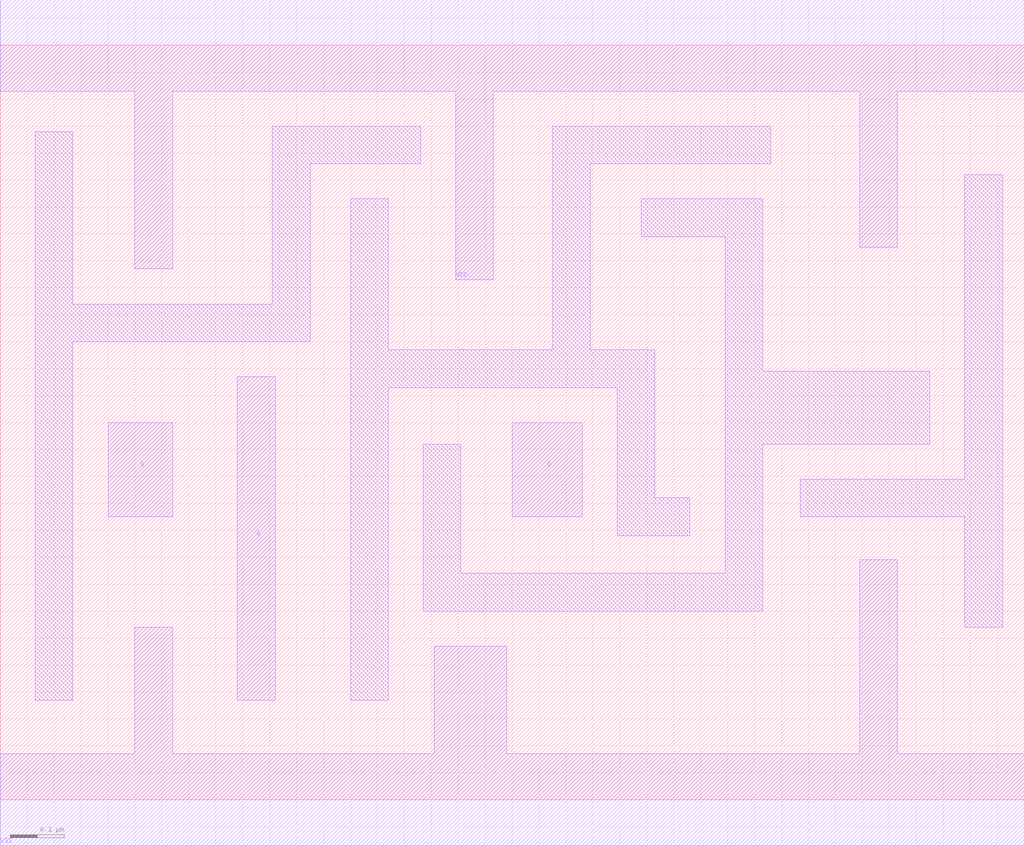
<source format=lef>
# 
# ******************************************************************************
# *                                                                            *
# *                   Copyright (C) 2004-2010, Nangate Inc.                    *
# *                           All rights reserved.                             *
# *                                                                            *
# * Nangate and the Nangate logo are trademarks of Nangate Inc.                *
# *                                                                            *
# * All trademarks, logos, software marks, and trade names (collectively the   *
# * "Marks") in this program are proprietary to Nangate or other respective    *
# * owners that have granted Nangate the right and license to use such Marks.  *
# * You are not permitted to use the Marks without the prior written consent   *
# * of Nangate or such third party that may own the Marks.                     *
# *                                                                            *
# * This file has been provided pursuant to a License Agreement containing     *
# * restrictions on its use. This file contains valuable trade secrets and     *
# * proprietary information of Nangate Inc., and is protected by U.S. and      *
# * international laws and/or treaties.                                        *
# *                                                                            *
# * The copyright notice(s) in this file does not indicate actual or intended  *
# * publication of this file.                                                  *
# *                                                                            *
# *     NGLibraryCreator, v2010.08-HR32-SP3-2010-08-05 - build 1009061800      *
# *                                                                            *
# ******************************************************************************
# 
# 
# Running on brazil06.nangate.com.br for user Giancarlo Franciscatto (gfr).
# Local time is now Fri, 3 Dec 2010, 19:32:18.
# Main process id is 27821.

VERSION 5.6 ;
BUSBITCHARS "[]" ;
DIVIDERCHAR "/" ;

MACRO DLH_X1
  CLASS core ;
  FOREIGN DLH_X1 0.0 0.0 ;
  ORIGIN 0 0 ;
  SYMMETRY X Y ;
  SITE FreePDK45_38x28_10R_NP_162NW_34O ;
  SIZE 1.9 BY 1.4 ;
  PIN D
    DIRECTION INPUT ;
    ANTENNAPARTIALMETALAREA 0.02275 LAYER metal1 ;
    ANTENNAPARTIALMETALSIDEAREA 0.0793 LAYER metal1 ;
    ANTENNAGATEAREA 0.02625 ;
    PORT
      LAYER metal1 ;
        POLYGON 0.95 0.525 1.08 0.525 1.08 0.7 0.95 0.7  ;
    END
  END D
  PIN G
    DIRECTION INPUT ;
    ANTENNAPARTIALMETALAREA 0.021 LAYER metal1 ;
    ANTENNAPARTIALMETALSIDEAREA 0.0767 LAYER metal1 ;
    ANTENNAGATEAREA 0.02625 ;
    PORT
      LAYER metal1 ;
        POLYGON 0.2 0.525 0.32 0.525 0.32 0.7 0.2 0.7  ;
    END
  END G
  PIN Q
    DIRECTION OUTPUT ;
    ANTENNAPARTIALMETALAREA 0.042 LAYER metal1 ;
    ANTENNAPARTIALMETALSIDEAREA 0.1742 LAYER metal1 ;
    ANTENNADIFFAREA 0.109725 ;
    PORT
      LAYER metal1 ;
        POLYGON 0.44 0.185 0.51 0.185 0.51 0.785 0.44 0.785  ;
    END
  END Q
  PIN VDD
    DIRECTION INOUT ;
    USE power ;
    SHAPE ABUTMENT ;
    PORT
      LAYER metal1 ;
        POLYGON 0 1.315 0.25 1.315 0.25 0.985 0.32 0.985 0.32 1.315 0.78 1.315 0.845 1.315 0.845 0.965 0.915 0.965 0.915 1.315 1.43 1.315 1.595 1.315 1.595 1.025 1.665 1.025 1.665 1.315 1.725 1.315 1.86 1.315 1.9 1.315 1.9 1.485 1.86 1.485 1.725 1.485 1.43 1.485 0.78 1.485 0 1.485  ;
    END
  END VDD
  PIN VSS
    DIRECTION INOUT ;
    USE ground ;
    SHAPE ABUTMENT ;
    PORT
      LAYER metal1 ;
        POLYGON 0 -0.085 1.9 -0.085 1.9 0.085 1.665 0.085 1.665 0.445 1.595 0.445 1.595 0.085 0.94 0.085 0.94 0.285 0.805 0.285 0.805 0.085 0.32 0.085 0.32 0.32 0.25 0.32 0.25 0.085 0 0.085  ;
    END
  END VSS
  OBS
      LAYER metal1 ;
        POLYGON 0.065 0.185 0.135 0.185 0.135 0.85 0.575 0.85 0.575 1.18 0.78 1.18 0.78 1.25 0.505 1.25 0.505 0.92 0.135 0.92 0.135 1.24 0.065 1.24  ;
        POLYGON 1.095 1.18 1.43 1.18 1.43 1.25 1.025 1.25 1.025 0.835 0.72 0.835 0.72 1.115 0.65 1.115 0.65 0.185 0.72 0.185 0.72 0.765 1.145 0.765 1.145 0.49 1.28 0.49 1.28 0.56 1.215 0.56 1.215 0.835 1.095 0.835  ;
        POLYGON 1.19 1.045 1.345 1.045 1.345 0.42 0.855 0.42 0.855 0.66 0.785 0.66 0.785 0.35 1.415 0.35 1.415 0.66 1.725 0.66 1.725 0.795 1.415 0.795 1.415 1.115 1.19 1.115  ;
        POLYGON 1.485 0.525 1.79 0.525 1.79 0.32 1.86 0.32 1.86 1.16 1.79 1.16 1.79 0.595 1.485 0.595  ;
  END
END DLH_X1

END LIBRARY
#
# End of file
#

</source>
